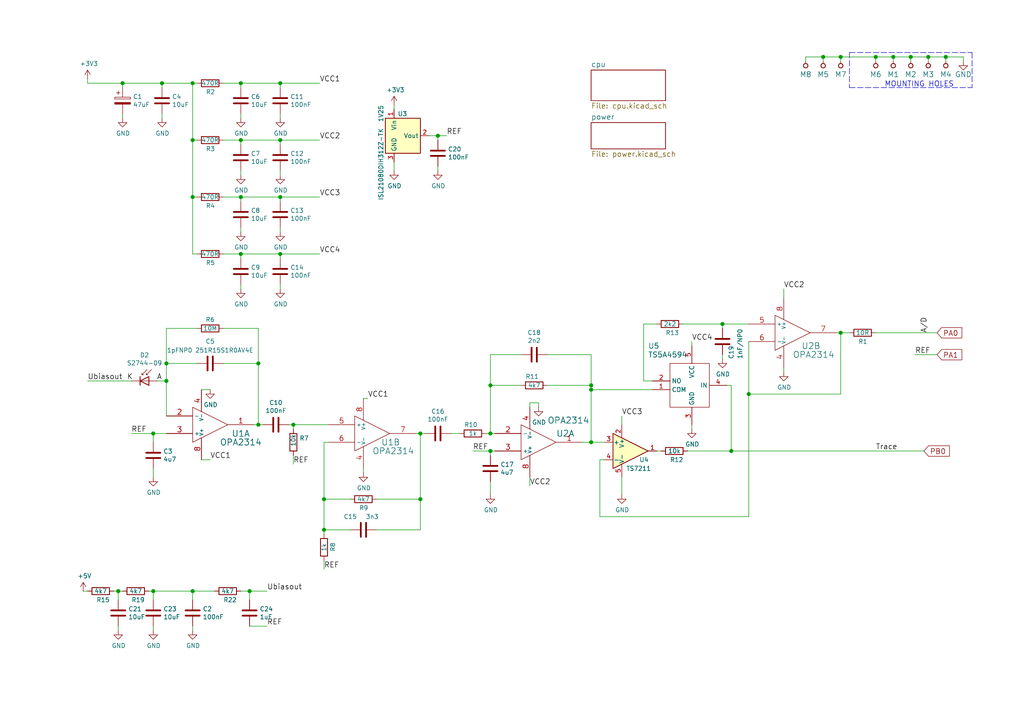
<source format=kicad_sch>
(kicad_sch (version 20211123) (generator eeschema)
  (paper "A4")
  (title_block (date "%F"))
  (lib_symbols
    (symbol "Amplifier_Operational:OP179GRT" (pin_names (offset 0.127))
      (property "Reference" "U" (at 0 5.08 0))
      (property "Value" "OP179GRT" (at 0 -5.08 0))
      (symbol "OP179GRT_0_1"
        (polyline (pts (xy -5.08 5.08) (xy 5.08 0) (xy -5.08 -5.08) (xy -5.08 5.08)) (stroke (width 0.254)) (fill (type background)))
        (pin power_in line (at -2.54 7.62 270) (length 3.81) (name "V+") (number "2"))
        (pin power_in line (at -2.54 -7.62 90) (length 3.81) (name "V-") (number "5"))
      )
      (symbol "OP179GRT_1_1"
        (pin output line (at 7.62 0 180) (length 2.54) (name "~") (number "1"))
        (pin input line (at -7.62 2.54 0) (length 2.54) (name "+") (number "3"))
        (pin input line (at -7.62 -2.54 0) (length 2.54) (name "-") (number "4"))
      )
    )
    (symbol "Device:C" (pin_numbers hide) (pin_names (offset 0.254))
      (property "Reference" "C" (at 0.635 2.54 0))
      (property "Value" "C" (at 0.635 -2.54 0))
      (symbol "C_0_1"
        (polyline (pts (xy -2.032 -0.762) (xy 2.032 -0.762)) (stroke (width 0.508)))
        (polyline (pts (xy -2.032 0.762) (xy 2.032 0.762)) (stroke (width 0.508)))
      )
      (symbol "C_1_1"
        (pin passive line (at 0 3.81 270) (length 2.794) (name "~") (number "1"))
        (pin passive line (at 0 -3.81 90) (length 2.794) (name "~") (number "2"))
      )
    )
    (symbol "Device:D_Photo" (pin_numbers hide) (pin_names hide)
      (property "Reference" "D" (at 0.508 1.778 0))
      (property "Value" "D_Photo" (at -1.016 -2.794 0))
      (symbol "D_Photo_0_1"
        (polyline (pts (xy -2.54 1.27) (xy -2.54 -1.27)) (stroke (width 0.254)))
        (polyline (pts (xy -2.032 1.778) (xy -1.524 1.778)))
        (polyline (pts (xy 0 0) (xy -2.54 0)))
        (polyline (pts (xy -0.508 3.302) (xy -2.032 1.778) (xy -2.032 2.286)))
        (polyline (pts (xy 0 -1.27) (xy 0 1.27) (xy -2.54 0) (xy 0 -1.27)) (stroke (width 0.254)))
        (polyline (pts (xy 0.762 3.302) (xy -0.762 1.778) (xy -0.762 2.286) (xy -0.762 1.778) (xy -0.254 1.778)))
      )
      (symbol "D_Photo_1_1"
        (pin passive line (at -5.08 0 0) (length 2.54) (name "K") (number "1"))
        (pin passive line (at 2.54 0 180) (length 2.54) (name "A") (number "2"))
      )
    )
    (symbol "Device:R" (pin_numbers hide) (pin_names (offset 0))
      (property "Reference" "R" (at 2.032 0 90))
      (property "Value" "R" (at 0 0 90))
      (symbol "R_0_1"
        (rectangle (start -1.016 -2.54) (end 1.016 2.54) (stroke (width 0.254)))
      )
      (symbol "R_1_1"
        (pin passive line (at 0 3.81 270) (length 1.27) (name "~") (number "1"))
        (pin passive line (at 0 -3.81 90) (length 1.27) (name "~") (number "2"))
      )
    )
    (symbol "MLAB_IO:AD8692"
      (property "Reference" "U" (at 3.81 7.62 0))
      (property "Value" "AD8692" (at 3.81 5.08 0))
      (property "Datasheet" "op_amps/tl071.pdf" (at 0 0 0))
      (symbol "AD8692_0_1"
        (polyline (pts (xy -5.08 5.08) (xy 5.08 0) (xy -5.08 -5.08) (xy -5.08 5.08)))
      )
      (symbol "AD8692_1_1"
        (pin output line (at 12.7 0 180) (length 7.62) (name "~") (number "1"))
        (pin input line (at -12.7 -2.54 0) (length 7.62) (name "-") (number "2"))
        (pin input line (at -12.7 2.54 0) (length 7.62) (name "+") (number "3"))
        (pin passive line (at -2.54 -10.16 90) (length 6.35) (name "V-") (number "4"))
        (pin passive line (at -2.54 10.16 270) (length 6.35) (name "V+") (number "8"))
      )
      (symbol "AD8692_2_1"
        (pin passive line (at -2.54 -10.16 90) (length 6.35) (name "V-") (number "4"))
        (pin input line (at -12.7 2.54 0) (length 7.62) (name "+") (number "5"))
        (pin input line (at -12.7 -2.54 0) (length 7.62) (name "-") (number "6"))
        (pin output line (at 12.7 0 180) (length 7.62) (name "~") (number "7"))
        (pin passive line (at -2.54 10.16 270) (length 6.35) (name "V+") (number "8"))
      )
    )
    (symbol "MLAB_IO:TS5A4594"
      (property "Reference" "U" (at 3.81 7.62 0))
      (property "Value" "TS5A4594" (at 6.35 -7.62 0))
      (symbol "TS5A4594_0_1"
        (rectangle (start -6.35 6.35) (end 5.08 -6.35))
      )
      (symbol "TS5A4594_1_1"
        (pin passive line (at -11.43 -1.27 0) (length 5.08) (name "COM") (number "1"))
        (pin passive line (at -11.43 1.27 0) (length 5.08) (name "NO") (number "2"))
        (pin power_in line (at 0 -11.43 90) (length 5.08) (name "GND") (number "3"))
        (pin bidirectional line (at 10.16 0 180) (length 5.08) (name "IN") (number "4"))
        (pin power_in line (at 0 11.43 270) (length 5.08) (name "VCC") (number "5"))
      )
    )
    (symbol "MLAB_MECHANICAL:HOLE" (pin_numbers hide) (pin_names (offset 1.016) hide)
      (property "Reference" "M" (at 0 2.54 0))
      (property "Value" "HOLE" (at 0 -2.54 0))
      (symbol "HOLE_0_1"
        (circle (center 0 0) (radius 0.635) (stroke (width 0.254)))
      )
      (symbol "HOLE_1_1"
        (pin input line (at 1.27 0 180) (length 0.635) (name "~") (number "1"))
      )
    )
    (symbol "Reference_Voltage:ISL21070CIH320Z-TK"
      (property "Reference" "U" (at -0.635 8.255 0))
      (property "Value" "ISL21070CIH320Z-TK" (at -1.905 6.35 0))
      (symbol "ISL21070CIH320Z-TK_0_1"
        (rectangle (start -5.08 5.08) (end 5.08 -5.08) (stroke (width 0.254)) (fill (type background)))
      )
      (symbol "ISL21070CIH320Z-TK_1_1"
        (pin power_in line (at -2.54 7.62 270) (length 2.54) (name "Vin") (number "1"))
        (pin power_out line (at 7.62 0 180) (length 2.54) (name "Vout") (number "2"))
        (pin power_in line (at -2.54 -7.62 90) (length 2.54) (name "GND") (number "3"))
      )
    )
    (symbol "SPACEDOS01A_PCB01A-rescue:CP-Device" (pin_numbers hide) (pin_names (offset 0.254))
      (property "Reference" "C" (at 0.635 2.54 0))
      (property "Value" "CP-Device" (at 0.635 -2.54 0))
      (symbol "CP-Device_0_1"
        (rectangle (start -2.286 0.508) (end -2.286 1.016))
        (rectangle (start -2.286 0.508) (end 2.286 0.508))
        (polyline (pts (xy -1.778 2.286) (xy -0.762 2.286)))
        (polyline (pts (xy -1.27 2.794) (xy -1.27 1.778)))
        (rectangle (start 2.286 -0.508) (end -2.286 -1.016) (fill (type outline)))
        (rectangle (start 2.286 1.016) (end -2.286 1.016))
        (rectangle (start 2.286 1.016) (end 2.286 0.508))
      )
      (symbol "CP-Device_1_1"
        (pin passive line (at 0 3.81 270) (length 2.794) (name "~") (number "1"))
        (pin passive line (at 0 -3.81 90) (length 2.794) (name "~") (number "2"))
      )
    )
    (symbol "power:+3.3V" (power) (pin_names (offset 0))
      (property "Value" "+3.3V" (at 0 3.556 0))
      (symbol "+3.3V_0_1"
        (polyline (pts (xy -0.762 1.27) (xy 0 2.54)))
        (polyline (pts (xy 0 0) (xy 0 2.54)))
        (polyline (pts (xy 0 2.54) (xy 0.762 1.27)))
      )
      (symbol "+3.3V_1_1"
        (pin power_in line (at 0 0 90) (length 0) hide (name "+3V3") (number "1"))
      )
    )
    (symbol "power:+5V" (power) (pin_names (offset 0))
      (property "Value" "+5V" (at 0 3.556 0))
      (symbol "+5V_0_1"
        (polyline (pts (xy -0.762 1.27) (xy 0 2.54)))
        (polyline (pts (xy 0 0) (xy 0 2.54)))
        (polyline (pts (xy 0 2.54) (xy 0.762 1.27)))
      )
      (symbol "+5V_1_1"
        (pin power_in line (at 0 0 90) (length 0) hide (name "+5V") (number "1"))
      )
    )
    (symbol "power:GND" (power) (pin_names (offset 0))
      (property "Value" "GND" (at 0 -3.81 0))
      (symbol "GND_0_1"
        (polyline (pts (xy 0 0) (xy 0 -1.27) (xy 1.27 -1.27) (xy 0 -2.54) (xy -1.27 -1.27) (xy 0 -1.27)))
      )
      (symbol "GND_1_1"
        (pin power_in line (at 0 0 270) (length 0) hide (name "GND") (number "1"))
      )
    )
  )
  (junction (at 142.24 130.81) (diameter 1.016))
  (junction (at 127 39.37) (diameter 1.016))
  (junction (at 81.28 40.64) (diameter 1.016))
  (junction (at 121.92 125.73) (diameter 1.016))
  (junction (at 69.85 57.15) (diameter 1.016))
  (junction (at 81.28 57.15) (diameter 1.016))
  (junction (at 93.98 153.67) (diameter 1.016))
  (junction (at 274.32 16.51) (diameter 1.016))
  (junction (at 171.45 113.03) (diameter 1.016))
  (junction (at 238.76 16.51) (diameter 1.016))
  (junction (at 34.29 171.45) (diameter 1.016))
  (junction (at 142.24 111.76) (diameter 1.016))
  (junction (at 69.85 73.66) (diameter 1.016))
  (junction (at 209.55 93.98) (diameter 1.016))
  (junction (at 35.56 24.13) (diameter 1.016))
  (junction (at 44.45 171.45) (diameter 1.016))
  (junction (at 55.88 40.64) (diameter 1.016))
  (junction (at 254 16.51) (diameter 1.016))
  (junction (at 55.88 171.45) (diameter 1.016))
  (junction (at 243.84 96.52) (diameter 1.016))
  (junction (at 55.88 57.15) (diameter 1.016))
  (junction (at 81.28 24.13) (diameter 1.016))
  (junction (at 69.85 40.64) (diameter 1.016))
  (junction (at 269.24 16.51) (diameter 1.016))
  (junction (at 259.08 16.51) (diameter 1.016))
  (junction (at 74.93 123.19) (diameter 1.016))
  (junction (at 264.16 16.51) (diameter 1.016))
  (junction (at 93.98 144.78) (diameter 1.016))
  (junction (at 171.45 128.27) (diameter 1.016))
  (junction (at 217.17 114.3) (diameter 1.016))
  (junction (at 171.45 111.76) (diameter 1.016))
  (junction (at 46.99 24.13) (diameter 1.016))
  (junction (at 48.26 105.41) (diameter 1.016))
  (junction (at 212.09 130.81) (diameter 1.016))
  (junction (at 44.45 125.73) (diameter 1.016))
  (junction (at 69.85 24.13) (diameter 1.016))
  (junction (at 48.26 110.49) (diameter 1.016))
  (junction (at 85.09 123.19) (diameter 1.016))
  (junction (at 81.28 73.66) (diameter 1.016))
  (junction (at 142.24 125.73) (diameter 1.016))
  (junction (at 243.84 16.51) (diameter 1.016))
  (junction (at 55.88 24.13) (diameter 1.016))
  (junction (at 72.39 171.45) (diameter 1.016))
  (junction (at 74.93 105.41) (diameter 1.016))
  (junction (at 121.92 144.78) (diameter 1.016))
  (wire (pts (xy 48.26 105.41) (xy 57.15 105.41)))
  (wire (pts (xy 121.92 144.78) (xy 109.22 144.78)))
  (wire (pts (xy 57.15 57.15) (xy 55.88 57.15)))
  (wire (pts (xy 217.17 99.06) (xy 217.17 114.3)))
  (wire (pts (xy 101.6 153.67) (xy 93.98 153.67)))
  (wire (pts (xy 46.99 24.13) (xy 55.88 24.13)))
  (wire (pts (xy 243.84 16.51) (xy 238.76 16.51)))
  (wire (pts (xy 254 16.51) (xy 259.08 16.51)))
  (wire (pts (xy 130.81 125.73) (xy 133.35 125.73)))
  (wire (pts (xy 227.33 107.95) (xy 227.33 106.68)))
  (wire (pts (xy 34.29 182.88) (xy 34.29 181.61)))
  (wire (pts (xy 81.28 41.91) (xy 81.28 40.64)))
  (polyline (pts (xy 281.94 15.24) (xy 281.94 25.4)) (stroke (width 0) (type dash)))
  (wire (pts (xy 69.85 41.91) (xy 69.85 40.64)))
  (wire (pts (xy 81.28 58.42) (xy 81.28 57.15)))
  (wire (pts (xy 173.99 149.86) (xy 173.99 133.35)))
  (wire (pts (xy 233.68 16.51) (xy 233.68 17.78)))
  (wire (pts (xy 142.24 130.81) (xy 142.24 132.08)))
  (wire (pts (xy 120.65 125.73) (xy 121.92 125.73)))
  (wire (pts (xy 158.75 102.87) (xy 171.45 102.87)))
  (wire (pts (xy 180.34 123.19) (xy 180.34 120.65)))
  (wire (pts (xy 69.85 34.29) (xy 69.85 33.02)))
  (wire (pts (xy 25.4 24.13) (xy 35.56 24.13)))
  (wire (pts (xy 58.42 133.35) (xy 60.96 133.35)))
  (wire (pts (xy 264.16 17.78) (xy 264.16 16.51)))
  (wire (pts (xy 74.93 105.41) (xy 74.93 123.19)))
  (wire (pts (xy 81.28 40.64) (xy 92.71 40.64)))
  (wire (pts (xy 180.34 143.51) (xy 180.34 138.43)))
  (wire (pts (xy 48.26 105.41) (xy 48.26 110.49)))
  (wire (pts (xy 217.17 114.3) (xy 217.17 149.86)))
  (wire (pts (xy 64.77 40.64) (xy 69.85 40.64)))
  (wire (pts (xy 74.93 95.25) (xy 74.93 105.41)))
  (wire (pts (xy 200.66 100.33) (xy 200.66 99.06)))
  (wire (pts (xy 238.76 16.51) (xy 233.68 16.51)))
  (wire (pts (xy 44.45 171.45) (xy 55.88 171.45)))
  (wire (pts (xy 168.91 128.27) (xy 171.45 128.27)))
  (wire (pts (xy 55.88 173.99) (xy 55.88 171.45)))
  (wire (pts (xy 43.18 171.45) (xy 44.45 171.45)))
  (wire (pts (xy 254 96.52) (xy 271.78 96.52)))
  (wire (pts (xy 81.28 50.8) (xy 81.28 49.53)))
  (wire (pts (xy 209.55 104.14) (xy 209.55 102.87)))
  (wire (pts (xy 269.24 17.78) (xy 269.24 16.51)))
  (wire (pts (xy 64.77 24.13) (xy 69.85 24.13)))
  (wire (pts (xy 25.4 110.49) (xy 38.1 110.49)))
  (wire (pts (xy 64.77 57.15) (xy 69.85 57.15)))
  (wire (pts (xy 69.85 57.15) (xy 81.28 57.15)))
  (wire (pts (xy 81.28 25.4) (xy 81.28 24.13)))
  (wire (pts (xy 269.24 16.51) (xy 264.16 16.51)))
  (wire (pts (xy 24.13 171.45) (xy 25.4 171.45)))
  (wire (pts (xy 69.85 24.13) (xy 81.28 24.13)))
  (wire (pts (xy 242.57 96.52) (xy 243.84 96.52)))
  (wire (pts (xy 69.85 67.31) (xy 69.85 66.04)))
  (wire (pts (xy 105.41 115.57) (xy 106.68 115.57)))
  (wire (pts (xy 46.99 25.4) (xy 46.99 24.13)))
  (wire (pts (xy 121.92 125.73) (xy 123.19 125.73)))
  (wire (pts (xy 101.6 144.78) (xy 93.98 144.78)))
  (wire (pts (xy 158.75 111.76) (xy 171.45 111.76)))
  (wire (pts (xy 44.45 182.88) (xy 44.45 181.61)))
  (wire (pts (xy 198.12 93.98) (xy 209.55 93.98)))
  (wire (pts (xy 171.45 113.03) (xy 171.45 128.27)))
  (wire (pts (xy 199.39 130.81) (xy 212.09 130.81)))
  (wire (pts (xy 109.22 153.67) (xy 121.92 153.67)))
  (wire (pts (xy 55.88 171.45) (xy 62.23 171.45)))
  (wire (pts (xy 243.84 96.52) (xy 243.84 114.3)))
  (wire (pts (xy 55.88 57.15) (xy 55.88 73.66)))
  (wire (pts (xy 38.1 125.73) (xy 44.45 125.73)))
  (wire (pts (xy 265.43 102.87) (xy 271.78 102.87)))
  (wire (pts (xy 64.77 95.25) (xy 74.93 95.25)))
  (wire (pts (xy 279.4 17.78) (xy 279.4 16.51)))
  (wire (pts (xy 142.24 111.76) (xy 142.24 102.87)))
  (wire (pts (xy 44.45 138.43) (xy 44.45 135.89)))
  (wire (pts (xy 212.09 111.76) (xy 210.82 111.76)))
  (wire (pts (xy 243.84 16.51) (xy 254 16.51)))
  (wire (pts (xy 83.82 123.19) (xy 85.09 123.19)))
  (wire (pts (xy 58.42 113.03) (xy 60.96 113.03)))
  (wire (pts (xy 171.45 102.87) (xy 171.45 111.76)))
  (wire (pts (xy 200.66 124.46) (xy 200.66 123.19)))
  (wire (pts (xy 93.98 128.27) (xy 93.98 144.78)))
  (wire (pts (xy 171.45 128.27) (xy 175.26 128.27)))
  (wire (pts (xy 93.98 153.67) (xy 93.98 154.94)))
  (wire (pts (xy 127 40.64) (xy 127 39.37)))
  (wire (pts (xy 95.25 128.27) (xy 93.98 128.27)))
  (wire (pts (xy 64.77 73.66) (xy 69.85 73.66)))
  (wire (pts (xy 142.24 125.73) (xy 143.51 125.73)))
  (wire (pts (xy 151.13 111.76) (xy 142.24 111.76)))
  (wire (pts (xy 44.45 173.99) (xy 44.45 171.45)))
  (wire (pts (xy 189.23 110.49) (xy 186.69 110.49)))
  (wire (pts (xy 69.85 40.64) (xy 81.28 40.64)))
  (wire (pts (xy 124.46 39.37) (xy 127 39.37)))
  (wire (pts (xy 69.85 58.42) (xy 69.85 57.15)))
  (wire (pts (xy 45.72 110.49) (xy 48.26 110.49)))
  (polyline (pts (xy 246.38 15.24) (xy 246.38 25.4)) (stroke (width 0) (type dash)))
  (polyline (pts (xy 246.38 25.4) (xy 281.94 25.4)) (stroke (width 0) (type dash)))
  (wire (pts (xy 35.56 24.13) (xy 46.99 24.13)))
  (wire (pts (xy 274.32 17.78) (xy 274.32 16.51)))
  (wire (pts (xy 81.28 73.66) (xy 92.71 73.66)))
  (wire (pts (xy 238.76 16.51) (xy 238.76 17.78)))
  (wire (pts (xy 44.45 128.27) (xy 44.45 125.73)))
  (wire (pts (xy 190.5 130.81) (xy 191.77 130.81)))
  (wire (pts (xy 114.3 46.99) (xy 114.3 49.53)))
  (wire (pts (xy 254 17.78) (xy 254 16.51)))
  (wire (pts (xy 127 39.37) (xy 129.54 39.37)))
  (wire (pts (xy 81.28 24.13) (xy 92.71 24.13)))
  (wire (pts (xy 64.77 105.41) (xy 74.93 105.41)))
  (wire (pts (xy 212.09 111.76) (xy 212.09 130.81)))
  (wire (pts (xy 55.88 182.88) (xy 55.88 181.61)))
  (wire (pts (xy 69.85 50.8) (xy 69.85 49.53)))
  (wire (pts (xy 85.09 132.08) (xy 85.09 134.62)))
  (wire (pts (xy 34.29 173.99) (xy 34.29 171.45)))
  (wire (pts (xy 137.16 130.81) (xy 142.24 130.81)))
  (wire (pts (xy 34.29 171.45) (xy 35.56 171.45)))
  (wire (pts (xy 279.4 16.51) (xy 274.32 16.51)))
  (wire (pts (xy 243.84 16.51) (xy 243.84 17.78)))
  (wire (pts (xy 55.88 24.13) (xy 55.88 40.64)))
  (wire (pts (xy 186.69 110.49) (xy 186.69 93.98)))
  (wire (pts (xy 55.88 40.64) (xy 55.88 57.15)))
  (wire (pts (xy 85.09 124.46) (xy 85.09 123.19)))
  (wire (pts (xy 243.84 114.3) (xy 217.17 114.3)))
  (wire (pts (xy 153.67 138.43) (xy 153.67 140.97)))
  (wire (pts (xy 81.28 57.15) (xy 92.71 57.15)))
  (wire (pts (xy 69.85 25.4) (xy 69.85 24.13)))
  (wire (pts (xy 121.92 125.73) (xy 121.92 144.78)))
  (polyline (pts (xy 246.38 15.24) (xy 281.94 15.24)) (stroke (width 0) (type dash)))
  (wire (pts (xy 217.17 149.86) (xy 173.99 149.86)))
  (wire (pts (xy 127 49.53) (xy 127 48.26)))
  (wire (pts (xy 72.39 171.45) (xy 72.39 173.99)))
  (wire (pts (xy 140.97 125.73) (xy 142.24 125.73)))
  (wire (pts (xy 209.55 93.98) (xy 209.55 95.25)))
  (wire (pts (xy 44.45 125.73) (xy 48.26 125.73)))
  (wire (pts (xy 142.24 125.73) (xy 142.24 111.76)))
  (wire (pts (xy 55.88 73.66) (xy 57.15 73.66)))
  (wire (pts (xy 85.09 123.19) (xy 95.25 123.19)))
  (wire (pts (xy 69.85 74.93) (xy 69.85 73.66)))
  (wire (pts (xy 171.45 113.03) (xy 189.23 113.03)))
  (wire (pts (xy 57.15 40.64) (xy 55.88 40.64)))
  (wire (pts (xy 33.02 171.45) (xy 34.29 171.45)))
  (wire (pts (xy 35.56 34.29) (xy 35.56 33.02)))
  (wire (pts (xy 55.88 24.13) (xy 57.15 24.13)))
  (wire (pts (xy 25.4 22.86) (xy 25.4 24.13)))
  (wire (pts (xy 57.15 95.25) (xy 48.26 95.25)))
  (wire (pts (xy 74.93 123.19) (xy 76.2 123.19)))
  (wire (pts (xy 81.28 83.82) (xy 81.28 82.55)))
  (wire (pts (xy 72.39 171.45) (xy 77.47 171.45)))
  (wire (pts (xy 114.3 30.48) (xy 114.3 31.75)))
  (wire (pts (xy 186.69 93.98) (xy 190.5 93.98)))
  (wire (pts (xy 72.39 181.61) (xy 77.47 181.61)))
  (wire (pts (xy 243.84 96.52) (xy 246.38 96.52)))
  (wire (pts (xy 121.92 153.67) (xy 121.92 144.78)))
  (wire (pts (xy 171.45 111.76) (xy 171.45 113.03)))
  (wire (pts (xy 46.99 34.29) (xy 46.99 33.02)))
  (wire (pts (xy 153.67 118.11) (xy 153.67 116.84)))
  (wire (pts (xy 209.55 93.98) (xy 217.17 93.98)))
  (wire (pts (xy 259.08 16.51) (xy 259.08 17.78)))
  (wire (pts (xy 93.98 144.78) (xy 93.98 153.67)))
  (wire (pts (xy 35.56 25.4) (xy 35.56 24.13)))
  (wire (pts (xy 74.93 123.19) (xy 73.66 123.19)))
  (wire (pts (xy 69.85 171.45) (xy 72.39 171.45)))
  (wire (pts (xy 142.24 139.7) (xy 142.24 143.51)))
  (wire (pts (xy 93.98 162.56) (xy 93.98 165.1)))
  (wire (pts (xy 81.28 74.93) (xy 81.28 73.66)))
  (wire (pts (xy 69.85 73.66) (xy 81.28 73.66)))
  (wire (pts (xy 81.28 34.29) (xy 81.28 33.02)))
  (wire (pts (xy 173.99 133.35) (xy 175.26 133.35)))
  (wire (pts (xy 212.09 130.81) (xy 267.97 130.81)))
  (wire (pts (xy 143.51 130.81) (xy 142.24 130.81)))
  (wire (pts (xy 153.67 116.84) (xy 156.21 116.84)))
  (wire (pts (xy 69.85 83.82) (xy 69.85 82.55)))
  (wire (pts (xy 105.41 137.16) (xy 105.41 135.89)))
  (wire (pts (xy 48.26 110.49) (xy 48.26 120.65)))
  (wire (pts (xy 264.16 16.51) (xy 259.08 16.51)))
  (wire (pts (xy 156.21 116.84) (xy 156.21 118.11)))
  (wire (pts (xy 48.26 95.25) (xy 48.26 105.41)))
  (wire (pts (xy 142.24 102.87) (xy 151.13 102.87)))
  (wire (pts (xy 227.33 86.36) (xy 227.33 83.82)))
  (wire (pts (xy 274.32 16.51) (xy 269.24 16.51)))
  (wire (pts (xy 81.28 67.31) (xy 81.28 66.04)))
  (text "MOUNTING HOLES" (at 256.54 25.4 0) (effects (font (size 1.524 1.524)) (justify left bottom)))
  (label "REF" (at 85.09 134.62 0) (effects (font (size 1.524 1.524))))
  (label "VCC2" (at 153.67 140.97 0) (effects (font (size 1.524 1.524))))
  (label "Trace" (at 254 130.81 0) (effects (font (size 1.524 1.524))))
  (label "A" (at 46.99 110.49 180) (effects (font (size 1.524 1.524))))
  (label "REF" (at 38.1 125.73 0) (effects (font (size 1.524 1.524))))
  (label "Ubiasout" (at 25.4 110.49 0) (effects (font (size 1.524 1.524))))
  (label "A/D" (at 269.24 96.52 90) (effects (font (size 1.524 1.524))))
  (label "REF" (at 137.16 130.81 0) (effects (font (size 1.524 1.524))))
  (label "VCC3" (at 180.34 120.65 0) (effects (font (size 1.524 1.524))))
  (label "VCC1" (at 92.71 24.13 0) (effects (font (size 1.524 1.524))))
  (label "VCC3" (at 92.71 57.15 0) (effects (font (size 1.524 1.524))))
  (label "REF" (at 265.43 102.87 0) (effects (font (size 1.524 1.524))))
  (label "VCC2" (at 227.33 83.82 0) (effects (font (size 1.524 1.524))))
  (label "Ubiasout" (at 77.47 171.45 0) (effects (font (size 1.524 1.524))))
  (label "VCC1" (at 106.68 115.57 0) (effects (font (size 1.524 1.524))))
  (label "REF" (at 129.54 39.37 0) (effects (font (size 1.524 1.524))))
  (label "VCC1" (at 60.96 133.35 0) (effects (font (size 1.524 1.524))))
  (label "K" (at 36.83 110.49 0) (effects (font (size 1.524 1.524))))
  (label "VCC4" (at 200.66 99.06 0) (effects (font (size 1.524 1.524))))
  (label "REF" (at 93.98 165.1 0) (effects (font (size 1.524 1.524))))
  (label "VCC4" (at 92.71 73.66 0) (effects (font (size 1.524 1.524))))
  (label "REF" (at 77.47 181.61 0) (effects (font (size 1.524 1.524))))
  (label "VCC2" (at 92.71 40.64 0) (effects (font (size 1.524 1.524))))
  (global_label "PA1" (shape input) (at 271.78 102.87 0) (effects (font (size 1.524 1.524))) (property "Reference mezi listy" "${INTERSHEET_REFS}" (effects hide)))
  (global_label "PB0" (shape input) (at 267.97 130.81 0) (effects (font (size 1.524 1.524))) (property "Reference mezi listy" "${INTERSHEET_REFS}" (effects hide)))
  (global_label "PA0" (shape input) (at 271.78 96.52 0) (effects (font (size 1.524 1.524))) (property "Reference mezi listy" "${INTERSHEET_REFS}" (effects hide)))
  (symbol (lib_id "MLAB_MECHANICAL:HOLE") (at 264.16 19.05 90) (unit 1)
    (property "Reference" "M2" (at 264.16 21.59 90) (effects (font (size 1.524 1.524))))
    (property "Value" "HOLE" (effects hide))
    (property "Footprint" "Mlab_Mechanical:MountingHole_3mm" (effects hide))
  )
  (symbol (lib_id "MLAB_IO:AD8692") (at 60.96 123.19 0) (mirror x) (unit 1)
    (property "Reference" "U1" (at 69.85 125.73 0) (effects (font (size 1.778 1.778))))
    (property "Value" "OPA2314" (at 69.85 128.27 0) (effects (font (size 1.778 1.778))))
    (property "Footprint" "Mlab_IO:SOIC-8_3.9x4.9mm_Pitch1.27mm" (effects hide))
  )
  (symbol (lib_id "MLAB_IO:AD8692") (at 156.21 128.27 0) (mirror x) (unit 1)
    (property "Reference" "U2" (at 161.29 125.73 0) (effects (font (size 1.778 1.778)) (justify left)))
    (property "Value" "OPA2314" (at 158.75 121.92 0) (effects (font (size 1.778 1.778)) (justify left)))
    (property "Footprint" "Mlab_IO:SOIC-8_3.9x4.9mm_Pitch1.27mm" (effects hide))
  )
  (symbol (lib_id "MLAB_IO:AD8692") (at 107.95 125.73 0) (unit 2)
    (property "Reference" "U1" (at 110.49 128.27 0) (effects (font (size 1.778 1.778)) (justify left)))
    (property "Value" "OPA2314" (at 107.95 130.81 0) (effects (font (size 1.778 1.778)) (justify left)))
    (property "Footprint" "Mlab_IO:SOIC-8_3.9x4.9mm_Pitch1.27mm" (effects hide))
  )
  (symbol (lib_id "MLAB_IO:AD8692") (at 229.87 96.52 0) (unit 2)
    (property "Reference" "U2" (at 232.41 100.33 0) (effects (font (size 1.778 1.778)) (justify left)))
    (property "Value" "OPA2314" (at 229.87 102.87 0) (effects (font (size 1.778 1.778)) (justify left)))
    (property "Footprint" "Mlab_IO:SOIC-8_3.9x4.9mm_Pitch1.27mm" (effects hide))
  )
  (symbol (lib_id "Device:C") (at 44.45 132.08 0) (unit 1)
    (property "Reference" "C3" (at 47.371 130.9116 0) (effects (justify left)))
    (property "Value" "4u7" (at 47.371 133.223 0) (effects (justify left)))
    (property "Footprint" "Mlab_R:SMD-0805" (effects hide))
  )
  (symbol (lib_id "power:GND") (at 60.96 113.03 0) (unit 1)
    (property "Reference" "#PWR04" (effects hide))
    (property "Value" "GND" (at 61.087 117.4242 0))
  )
  (symbol (lib_id "power:GND") (at 105.41 137.16 0) (unit 1)
    (property "Reference" "#PWR05" (effects hide))
    (property "Value" "GND" (at 105.537 141.5542 0))
  )
  (symbol (lib_id "power:GND") (at 44.45 138.43 0) (unit 1)
    (property "Reference" "#PWR06" (effects hide))
    (property "Value" "GND" (at 44.577 142.8242 0))
  )
  (symbol (lib_id "Device:D_Photo") (at 43.18 110.49 0) (unit 1)
    (property "Reference" "D2" (at 41.91 102.997 0))
    (property "Value" "S2744-09" (at 41.91 105.3084 0))
    (property "Footprint" "Mlab_D:HAMAMATSU_S2744-09" (effects hide))
  )
  (symbol (lib_id "Device:C") (at 60.96 105.41 270) (unit 1)
    (property "Reference" "C5" (at 60.96 99.0092 90))
    (property "Value" "1pFNP0 251R15S1R0AV4E" (at 60.96 101.6 90))
    (property "Footprint" "Mlab_R:SMD-0805" (effects hide))
  )
  (symbol (lib_id "Device:R") (at 60.96 95.25 270) (unit 1)
    (property "Reference" "R6" (at 60.96 92.71 90))
    (property "Value" "10M" (at 60.96 95.25 90))
    (property "Footprint" "Mlab_R:SMD-0805" (effects hide))
  )
  (symbol (lib_id "Device:R") (at 85.09 128.27 180) (unit 1)
    (property "Reference" "R7" (at 86.868 127.1016 0) (effects (justify right)))
    (property "Value" "10k" (at 85.09 129.54 90) (effects (justify right)))
    (property "Footprint" "Mlab_R:SMD-0805" (effects hide))
  )
  (symbol (lib_id "Device:C") (at 80.01 123.19 270) (unit 1)
    (property "Reference" "C10" (at 80.01 116.7892 90))
    (property "Value" "100nF" (at 80.01 119.1006 90))
    (property "Footprint" "Mlab_R:SMD-0805" (effects hide))
  )
  (symbol (lib_id "Device:R") (at 105.41 144.78 270) (unit 1)
    (property "Reference" "R9" (at 104.14 147.32 90) (effects (justify left)))
    (property "Value" "4k7" (at 105.41 144.78 90))
    (property "Footprint" "Mlab_R:SMD-0805" (effects hide))
  )
  (symbol (lib_id "Device:C") (at 105.41 153.67 270) (unit 1)
    (property "Reference" "C15" (at 101.6 149.86 90))
    (property "Value" "3n3" (at 107.95 149.86 90))
    (property "Footprint" "Mlab_R:SMD-0805" (effects hide))
  )
  (symbol (lib_id "Device:R") (at 93.98 158.75 0) (unit 1)
    (property "Reference" "R8" (at 96.52 160.02 90) (effects (justify left)))
    (property "Value" "1k" (at 93.98 158.75 90))
    (property "Footprint" "Mlab_R:SMD-0805" (effects hide))
  )
  (symbol (lib_id "Device:C") (at 127 125.73 270) (unit 1)
    (property "Reference" "C16" (at 127 119.3292 90))
    (property "Value" "100nF" (at 127 121.6406 90))
    (property "Footprint" "Mlab_R:SMD-0805" (effects hide))
  )
  (symbol (lib_id "Device:R") (at 137.16 125.73 270) (unit 1)
    (property "Reference" "R10" (at 134.62 123.19 90) (effects (justify left)))
    (property "Value" "1k" (at 137.16 125.73 90))
    (property "Footprint" "Mlab_R:SMD-0805" (effects hide))
  )
  (symbol (lib_id "Amplifier_Operational:OP179GRT") (at 182.88 130.81 0) (unit 1)
    (property "Reference" "U4" (at 185.42 133.35 0) (effects (justify left)))
    (property "Value" "TS7211" (at 181.61 135.89 0) (effects (justify left)))
    (property "Footprint" "Package_TO_SOT_SMD:SOT-23-5_HandSoldering" (effects hide))
    (property "Datasheet" "http://www.analog.com/media/en/technical-documentation/data-sheets/OP179_279.pdf" (effects hide))
  )
  (symbol (lib_id "MLAB_IO:TS5A4594") (at 200.66 111.76 0) (unit 1)
    (property "Reference" "U5" (at 187.96 100.33 0) (effects (font (size 1.524 1.524)) (justify left)))
    (property "Value" "TS5A4594" (at 187.96 102.87 0) (effects (font (size 1.524 1.524)) (justify left)))
    (property "Footprint" "Package_TO_SOT_SMD:SOT-23-5_HandSoldering" (effects hide))
  )
  (symbol (lib_id "Device:R") (at 195.58 130.81 270) (unit 1)
    (property "Reference" "R12" (at 194.31 133.35 90) (effects (justify left)))
    (property "Value" "10k" (at 195.58 130.81 90))
    (property "Footprint" "Mlab_R:SMD-0805" (effects hide))
  )
  (symbol (lib_id "Device:R") (at 194.31 93.98 270) (unit 1)
    (property "Reference" "R13" (at 193.04 96.52 90) (effects (justify left)))
    (property "Value" "2k2" (at 194.31 93.98 90))
    (property "Footprint" "Mlab_R:SMD-0805" (effects hide))
  )
  (symbol (lib_id "Device:C") (at 209.55 99.06 0) (unit 1)
    (property "Reference" "C19" (at 212.09 104.14 90) (effects (justify left)))
    (property "Value" "1nF/NP0" (at 214.63 104.14 90) (effects (justify left)))
    (property "Footprint" "Mlab_R:SMD-0805" (effects hide))
  )
  (symbol (lib_id "MLAB_MECHANICAL:HOLE") (at 269.24 19.05 90) (unit 1)
    (property "Reference" "M3" (at 269.24 21.59 90) (effects (font (size 1.524 1.524))))
    (property "Value" "HOLE" (effects hide))
    (property "Footprint" "Mlab_Mechanical:MountingHole_3mm" (effects hide))
  )
  (symbol (lib_id "MLAB_MECHANICAL:HOLE") (at 274.32 19.05 90) (unit 1)
    (property "Reference" "M4" (at 274.32 21.59 90) (effects (font (size 1.524 1.524))))
    (property "Value" "HOLE" (effects hide))
    (property "Footprint" "Mlab_Mechanical:MountingHole_3mm" (effects hide))
  )
  (symbol (lib_id "power:GND") (at 279.4 17.78 0) (unit 1)
    (property "Reference" "#PWR03" (effects hide))
    (property "Value" "GND" (at 279.4 21.59 0) (effects (font (size 1.524 1.524))))
  )
  (symbol (lib_id "power:GND") (at 156.21 118.11 0) (unit 1)
    (property "Reference" "#PWR07" (effects hide))
    (property "Value" "GND" (at 156.337 122.5042 0))
  )
  (symbol (lib_id "Reference_Voltage:ISL21070CIH320Z-TK") (at 116.84 39.37 0) (unit 1)
    (property "Reference" "U3" (at 118.11 33.02 0) (effects (justify right)))
    (property "Value" "ISL21080DIH312Z-TK  1V25" (at 110.49 30.48 90) (effects (justify right)))
    (property "Footprint" "Package_TO_SOT_SMD:SOT-23" (effects hide))
    (property "Datasheet" "http://www.intersil.com/content/dam/Intersil/documents/fn75/fn7599.pdf" (effects hide))
  )
  (symbol (lib_id "power:GND") (at 114.3 49.53 0) (unit 1)
    (property "Reference" "#PWR0101" (effects hide))
    (property "Value" "GND" (at 114.427 53.9242 0))
  )
  (symbol (lib_id "power:GND") (at 127 49.53 0) (unit 1)
    (property "Reference" "#PWR0102" (effects hide))
    (property "Value" "GND" (at 127.127 53.9242 0))
  )
  (symbol (lib_id "Device:C") (at 127 44.45 0) (unit 1)
    (property "Reference" "C20" (at 129.921 43.2816 0) (effects (justify left)))
    (property "Value" "100nF" (at 129.921 45.593 0) (effects (justify left)))
    (property "Footprint" "Mlab_R:SMD-0805" (effects hide))
  )
  (symbol (lib_id "Device:C") (at 142.24 135.89 0) (unit 1)
    (property "Reference" "C17" (at 145.161 134.7216 0) (effects (justify left)))
    (property "Value" "4u7" (at 145.161 137.033 0) (effects (justify left)))
    (property "Footprint" "Mlab_R:SMD-0805" (effects hide))
  )
  (symbol (lib_id "power:GND") (at 142.24 143.51 0) (unit 1)
    (property "Reference" "#PWR08" (effects hide))
    (property "Value" "GND" (at 142.367 147.9042 0))
  )
  (symbol (lib_id "Device:C") (at 154.94 102.87 270) (unit 1)
    (property "Reference" "C18" (at 154.94 96.4692 90))
    (property "Value" "2n2" (at 154.94 98.7806 90))
    (property "Footprint" "Mlab_R:SMD-0805" (effects hide))
  )
  (symbol (lib_id "Device:R") (at 154.94 111.76 270) (unit 1)
    (property "Reference" "R11" (at 152.4 109.22 90) (effects (justify left)))
    (property "Value" "4k7" (at 154.94 111.76 90))
    (property "Footprint" "Mlab_R:SMD-0805" (effects hide))
  )
  (symbol (lib_id "power:GND") (at 180.34 143.51 0) (unit 1)
    (property "Reference" "#PWR09" (effects hide))
    (property "Value" "GND" (at 180.467 147.9042 0))
  )
  (symbol (lib_id "power:GND") (at 200.66 124.46 0) (unit 1)
    (property "Reference" "#PWR011" (effects hide))
    (property "Value" "GND" (at 200.787 128.8542 0))
  )
  (symbol (lib_id "power:GND") (at 209.55 104.14 0) (unit 1)
    (property "Reference" "#PWR012" (effects hide))
    (property "Value" "GND" (at 209.677 108.5342 0))
  )
  (symbol (lib_id "power:GND") (at 227.33 107.95 0) (unit 1)
    (property "Reference" "#PWR013" (effects hide))
    (property "Value" "GND" (at 227.457 112.3442 0))
  )
  (symbol (lib_id "Device:R") (at 60.96 24.13 270) (unit 1)
    (property "Reference" "R2" (at 59.69 26.67 90) (effects (justify left)))
    (property "Value" "470R" (at 60.96 24.13 90))
    (property "Footprint" "Mlab_R:SMD-0805" (effects hide))
  )
  (symbol (lib_id "SPACEDOS01A_PCB01A-rescue:CP-Device") (at 35.56 29.21 0) (unit 1)
    (property "Reference" "C1" (at 38.5572 28.0416 0) (effects (justify left)))
    (property "Value" "47uF" (at 38.5572 30.353 0) (effects (justify left)))
    (property "Footprint" "Mlab_C:TantalC_SizeC_Reflow" (effects hide))
  )
  (symbol (lib_id "Device:C") (at 46.99 29.21 0) (unit 1)
    (property "Reference" "C4" (at 49.911 28.0416 0) (effects (justify left)))
    (property "Value" "10uF" (at 49.911 30.353 0) (effects (justify left)))
    (property "Footprint" "Mlab_R:SMD-0805" (effects hide))
  )
  (symbol (lib_id "Device:C") (at 69.85 29.21 0) (unit 1)
    (property "Reference" "C6" (at 72.771 28.0416 0) (effects (justify left)))
    (property "Value" "10uF" (at 72.771 30.353 0) (effects (justify left)))
    (property "Footprint" "Mlab_R:SMD-0805" (effects hide))
  )
  (symbol (lib_id "Device:C") (at 81.28 29.21 0) (unit 1)
    (property "Reference" "C11" (at 84.201 28.0416 0) (effects (justify left)))
    (property "Value" "100nF" (at 84.201 30.353 0) (effects (justify left)))
    (property "Footprint" "Mlab_R:SMD-0805" (effects hide))
  )
  (symbol (lib_id "MLAB_MECHANICAL:HOLE") (at 254 19.05 90) (unit 1)
    (property "Reference" "M6" (at 254 21.59 90) (effects (font (size 1.524 1.524))))
    (property "Value" "BMI-S-210-F" (effects hide))
    (property "Footprint" "Mlab_Mechanical:BMI-S-210-F" (effects hide))
  )
  (symbol (lib_id "power:GND") (at 35.56 34.29 0) (unit 1)
    (property "Reference" "#PWR016" (effects hide))
    (property "Value" "GND" (at 35.687 38.6842 0))
  )
  (symbol (lib_id "power:GND") (at 46.99 34.29 0) (unit 1)
    (property "Reference" "#PWR017" (effects hide))
    (property "Value" "GND" (at 47.117 38.6842 0))
  )
  (symbol (lib_id "power:GND") (at 69.85 34.29 0) (unit 1)
    (property "Reference" "#PWR018" (effects hide))
    (property "Value" "GND" (at 69.977 38.6842 0))
  )
  (symbol (lib_id "power:GND") (at 81.28 34.29 0) (unit 1)
    (property "Reference" "#PWR019" (effects hide))
    (property "Value" "GND" (at 81.407 38.6842 0))
  )
  (symbol (lib_id "Device:R") (at 60.96 40.64 270) (unit 1)
    (property "Reference" "R3" (at 59.69 43.18 90) (effects (justify left)))
    (property "Value" "470R" (at 60.96 40.64 90))
    (property "Footprint" "Mlab_R:SMD-0805" (effects hide))
  )
  (symbol (lib_id "Device:C") (at 69.85 45.72 0) (unit 1)
    (property "Reference" "C7" (at 72.771 44.5516 0) (effects (justify left)))
    (property "Value" "10uF" (at 72.771 46.863 0) (effects (justify left)))
    (property "Footprint" "Mlab_R:SMD-0805" (effects hide))
  )
  (symbol (lib_id "Device:C") (at 81.28 45.72 0) (unit 1)
    (property "Reference" "C12" (at 84.201 44.5516 0) (effects (justify left)))
    (property "Value" "100nF" (at 84.201 46.863 0) (effects (justify left)))
    (property "Footprint" "Mlab_R:SMD-0805" (effects hide))
  )
  (symbol (lib_id "power:GND") (at 69.85 50.8 0) (unit 1)
    (property "Reference" "#PWR020" (effects hide))
    (property "Value" "GND" (at 69.977 55.1942 0))
  )
  (symbol (lib_id "power:GND") (at 81.28 50.8 0) (unit 1)
    (property "Reference" "#PWR021" (effects hide))
    (property "Value" "GND" (at 81.407 55.1942 0))
  )
  (symbol (lib_id "Device:R") (at 60.96 57.15 270) (unit 1)
    (property "Reference" "R4" (at 59.69 59.69 90) (effects (justify left)))
    (property "Value" "470R" (at 60.96 57.15 90))
    (property "Footprint" "Mlab_R:SMD-0805" (effects hide))
  )
  (symbol (lib_id "Device:C") (at 69.85 62.23 0) (unit 1)
    (property "Reference" "C8" (at 72.771 61.0616 0) (effects (justify left)))
    (property "Value" "10uF" (at 72.771 63.373 0) (effects (justify left)))
    (property "Footprint" "Mlab_R:SMD-0805" (effects hide))
  )
  (symbol (lib_id "Device:C") (at 81.28 62.23 0) (unit 1)
    (property "Reference" "C13" (at 84.201 61.0616 0) (effects (justify left)))
    (property "Value" "100nF" (at 84.201 63.373 0) (effects (justify left)))
    (property "Footprint" "Mlab_R:SMD-0805" (effects hide))
  )
  (symbol (lib_id "power:GND") (at 69.85 67.31 0) (unit 1)
    (property "Reference" "#PWR022" (effects hide))
    (property "Value" "GND" (at 69.977 71.7042 0))
  )
  (symbol (lib_id "power:GND") (at 81.28 67.31 0) (unit 1)
    (property "Reference" "#PWR023" (effects hide))
    (property "Value" "GND" (at 81.407 71.7042 0))
  )
  (symbol (lib_id "Device:R") (at 60.96 73.66 270) (unit 1)
    (property "Reference" "R5" (at 59.69 76.2 90) (effects (justify left)))
    (property "Value" "470R" (at 60.96 73.66 90))
    (property "Footprint" "Mlab_R:SMD-0805" (effects hide))
  )
  (symbol (lib_id "Device:C") (at 69.85 78.74 0) (unit 1)
    (property "Reference" "C9" (at 72.771 77.5716 0) (effects (justify left)))
    (property "Value" "10uF" (at 72.771 79.883 0) (effects (justify left)))
    (property "Footprint" "Mlab_R:SMD-0805" (effects hide))
  )
  (symbol (lib_id "Device:C") (at 81.28 78.74 0) (unit 1)
    (property "Reference" "C14" (at 84.201 77.5716 0) (effects (justify left)))
    (property "Value" "100nF" (at 84.201 79.883 0) (effects (justify left)))
    (property "Footprint" "Mlab_R:SMD-0805" (effects hide))
  )
  (symbol (lib_id "power:GND") (at 69.85 83.82 0) (unit 1)
    (property "Reference" "#PWR024" (effects hide))
    (property "Value" "GND" (at 69.977 88.2142 0))
  )
  (symbol (lib_id "power:GND") (at 81.28 83.82 0) (unit 1)
    (property "Reference" "#PWR025" (effects hide))
    (property "Value" "GND" (at 81.407 88.2142 0))
  )
  (symbol (lib_id "Device:R") (at 250.19 96.52 270) (unit 1)
    (property "Reference" "R1" (at 248.92 99.06 90) (effects (justify left)))
    (property "Value" "10R" (at 250.19 96.52 90))
    (property "Footprint" "Mlab_R:SMD-0805" (effects hide))
  )
  (symbol (lib_id "MLAB_MECHANICAL:HOLE") (at 259.08 19.05 90) (unit 1)
    (property "Reference" "M1" (at 259.08 21.59 90) (effects (font (size 1.524 1.524))))
    (property "Value" "HOLE" (effects hide))
    (property "Footprint" "Mlab_Mechanical:MountingHole_3mm" (effects hide))
  )
  (symbol (lib_id "Device:C") (at 55.88 177.8 0) (unit 1)
    (property "Reference" "C2" (at 58.801 176.6316 0) (effects (justify left)))
    (property "Value" "100nF" (at 58.801 178.943 0) (effects (justify left)))
    (property "Footprint" "Mlab_R:SMD-0805" (effects hide))
  )
  (symbol (lib_id "power:GND") (at 55.88 182.88 0) (unit 1)
    (property "Reference" "#PWR0119" (effects hide))
    (property "Value" "GND" (at 56.007 187.2742 0))
  )
  (symbol (lib_id "MLAB_MECHANICAL:HOLE") (at 243.84 19.05 90) (unit 1)
    (property "Reference" "M7" (at 243.84 21.59 90) (effects (font (size 1.524 1.524))))
    (property "Value" "BMI-S-210-F" (effects hide))
    (property "Footprint" "Mlab_Mechanical:BMI-S-210-F" (effects hide))
  )
  (symbol (lib_id "power:+5V") (at 24.13 171.45 0) (unit 1)
    (property "Reference" "#PWR0103" (effects hide))
    (property "Value" "+5V" (at 24.511 167.0558 0))
  )
  (symbol (lib_id "Device:R") (at 29.21 171.45 270) (unit 1)
    (property "Reference" "R15" (at 27.94 173.99 90) (effects (justify left)))
    (property "Value" "4k7" (at 29.21 171.45 90))
    (property "Footprint" "Mlab_R:SMD-0805" (effects hide))
  )
  (symbol (lib_id "Device:C") (at 34.29 177.8 0) (unit 1)
    (property "Reference" "C21" (at 37.211 176.6316 0) (effects (justify left)))
    (property "Value" "10uF" (at 37.211 178.943 0) (effects (justify left)))
    (property "Footprint" "Mlab_R:SMD-0805" (effects hide))
  )
  (symbol (lib_id "Device:R") (at 39.37 171.45 270) (unit 1)
    (property "Reference" "R19" (at 38.1 173.99 90) (effects (justify left)))
    (property "Value" "4k7" (at 39.37 171.45 90))
    (property "Footprint" "Mlab_R:SMD-0805" (effects hide))
  )
  (symbol (lib_id "Device:C") (at 44.45 177.8 0) (unit 1)
    (property "Reference" "C23" (at 47.371 176.6316 0) (effects (justify left)))
    (property "Value" "10uF" (at 47.371 178.943 0) (effects (justify left)))
    (property "Footprint" "Mlab_R:SMD-0805" (effects hide))
  )
  (symbol (lib_id "Device:R") (at 66.04 171.45 270) (unit 1)
    (property "Reference" "R22" (at 64.77 173.99 90) (effects (justify left)))
    (property "Value" "4k7" (at 66.04 171.45 90))
    (property "Footprint" "Mlab_R:SMD-0805" (effects hide))
  )
  (symbol (lib_id "Device:C") (at 72.39 177.8 0) (unit 1)
    (property "Reference" "C24" (at 75.311 176.6316 0) (effects (justify left)))
    (property "Value" "1uF" (at 75.311 178.943 0) (effects (justify left)))
    (property "Footprint" "Mlab_R:SMD-0805" (effects hide))
  )
  (symbol (lib_id "power:GND") (at 34.29 182.88 0) (unit 1)
    (property "Reference" "#PWR0104" (effects hide))
    (property "Value" "GND" (at 34.417 187.2742 0))
  )
  (symbol (lib_id "power:GND") (at 44.45 182.88 0) (unit 1)
    (property "Reference" "#PWR0105" (effects hide))
    (property "Value" "GND" (at 44.577 187.2742 0))
  )
  (symbol (lib_id "power:+3.3V") (at 25.4 22.86 0) (unit 1)
    (property "Reference" "#PWR0106" (effects hide))
    (property "Value" "+3.3V" (at 25.781 18.4658 0))
  )
  (symbol (lib_id "power:+3.3V") (at 114.3 30.48 0) (unit 1)
    (property "Reference" "#PWR0107" (effects hide))
    (property "Value" "+3.3V" (at 114.681 26.0858 0))
  )
  (symbol (lib_id "MLAB_MECHANICAL:HOLE") (at 238.76 19.05 90) (unit 1)
    (property "Reference" "M5" (at 238.76 21.59 90) (effects (font (size 1.524 1.524))))
    (property "Value" "BMI-S-210-F" (effects hide))
    (property "Footprint" "Mlab_Mechanical:BMI-S-210-F" (effects hide))
  )
  (symbol (lib_id "MLAB_MECHANICAL:HOLE") (at 233.68 19.05 90) (unit 1)
    (property "Reference" "M8" (at 233.68 21.59 90) (effects (font (size 1.524 1.524))))
    (property "Value" "BMI-S-204-F" (effects hide))
    (property "Footprint" "RF_Shielding:Laird_Technologies_BMI-S-204-F_32.00x32.00mm" (effects hide))
  )
  (sheet (at 171.45 20.32) (size 21.59 8.89)
    (property "Sheet name" "cpu" (at 171.45 19.5575 0) (effects (font (size 1.524 1.524)) (justify left bottom)))
    (property "Sheet file" "cpu.kicad_sch" (at 171.45 29.8201 0) (effects (font (size 1.524 1.524)) (justify left top)))
  )
  (sheet (at 171.45 35.56) (size 21.59 7.62)
    (property "Sheet name" "power" (at 171.45 34.7975 0) (effects (font (size 1.524 1.524)) (justify left bottom)))
    (property "Sheet file" "power.kicad_sch" (at 171.45 43.7901 0) (effects (font (size 1.524 1.524)) (justify left top)))
  )
)
</source>
